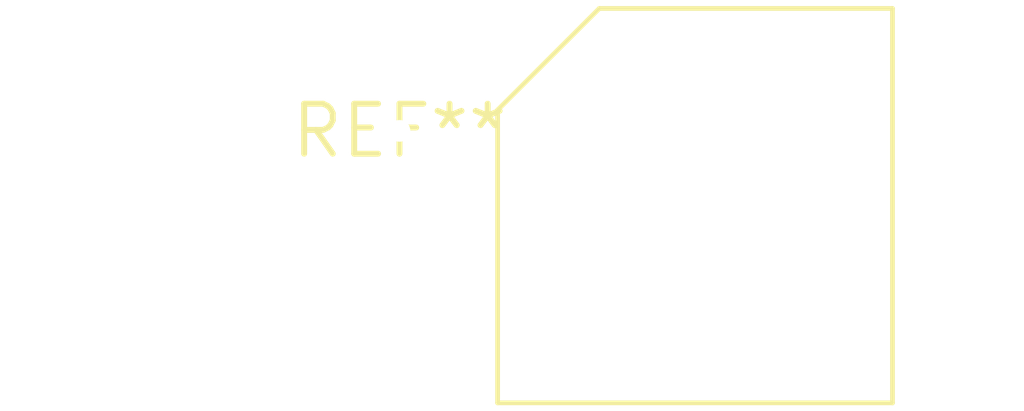
<source format=kicad_pcb>
(kicad_pcb (version 20240108) (generator pcbnew)
  (layers (0 "F.Cu" signal) (31 "B.Cu" signal) (34 "B.Paste" user) (35 "F.Paste" user) (36 "B.SilkS" user "B.Silkscreen") (37 "F.SilkS" user "F.Silkscreen") (38 "B.Mask" user) (39 "F.Mask" user) (44 "Edge.Cuts" user))
  (net 0 "")
  (footprint "PerkinElmer_VTL5Cx2" (layer "F.Cu") (at 0 0)
    (property "Reference" "REF**")
    (property "Value" "PerkinElmer_VTL5Cx2")
    (fp_line (start 2.49 -0.53) (end 2.49 6.91) (layer "F.SilkS") (stroke (width 0.12)))
    (fp_line (start 2.49 6.91) (end 12.51 6.91) (layer "F.SilkS") (stroke (width 0.12)))
    (fp_line (start 5.07 -3.11) (end 2.49 -0.53) (layer "F.SilkS") (stroke (width 0.12)))
    (fp_line (start 12.51 -3.11) (end 5.07 -3.11) (layer "F.SilkS") (stroke (width 0.12)))
    (fp_line (start 12.51 6.91) (end 12.51 -3.11) (layer "F.SilkS") (stroke (width 0.12)))
    (pad "1" thru_hole roundrect (at 0 0) (size 1.15 1.15) (drill 0.55) (layers *.Cu *.Mask) (remove_unused_layers))
    (pad "2" thru_hole circle (at 0 3.8) (size 1.15 1.15) (drill 0.55) (layers *.Cu *.Mask) (remove_unused_layers))
    (pad "3" thru_hole circle (at 15 -0.64) (size 1.15 1.15) (drill 0.55) (layers *.Cu *.Mask) (remove_unused_layers))
    (pad "4" thru_hole circle (at 15 1.9) (size 1.15 1.15) (drill 0.55) (layers *.Cu *.Mask) (remove_unused_layers))
    (pad "5" thru_hole circle (at 15 4.44) (size 1.15 1.15) (drill 0.55) (layers *.Cu *.Mask) (remove_unused_layers))
  )
)
</source>
